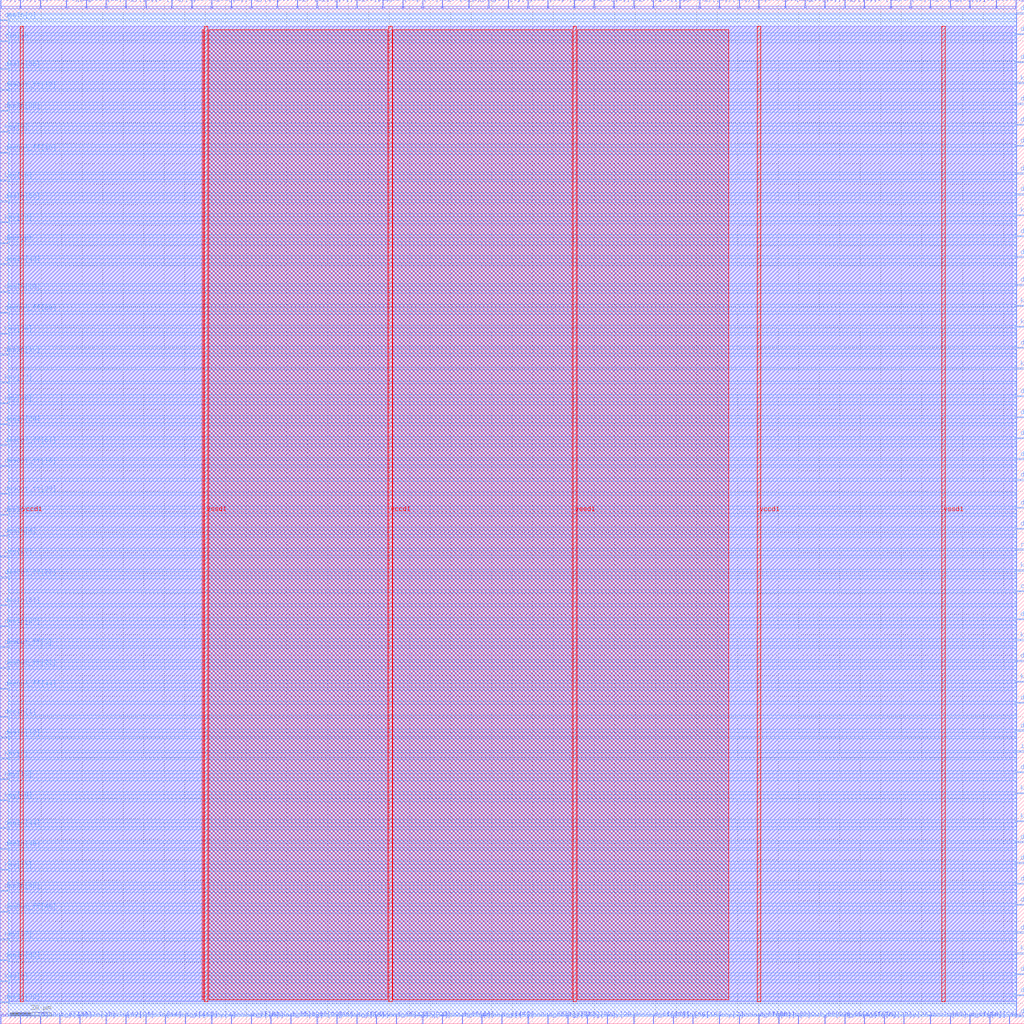
<source format=lef>
VERSION 5.7 ;
  NOWIREEXTENSIONATPIN ON ;
  DIVIDERCHAR "/" ;
  BUSBITCHARS "[]" ;
MACRO des_Trojan
  CLASS BLOCK ;
  FOREIGN des_Trojan ;
  ORIGIN 0.000 0.000 ;
  SIZE 500.000 BY 500.000 ;
  PIN clk
    DIRECTION INPUT ;
    USE SIGNAL ;
    ANTENNAGATEAREA 0.852000 ;
    ANTENNADIFFAREA 0.434700 ;
    PORT
      LAYER met3 ;
        RECT 496.000 210.840 500.000 211.440 ;
    END
  END clk
  PIN decrypt
    DIRECTION INPUT ;
    USE SIGNAL ;
    ANTENNAGATEAREA 0.213000 ;
    PORT
      LAYER met3 ;
        RECT 0.000 380.840 4.000 381.440 ;
    END
  END decrypt
  PIN desIn[0]
    DIRECTION INPUT ;
    USE SIGNAL ;
    ANTENNAGATEAREA 0.213000 ;
    PORT
      LAYER met3 ;
        RECT 0.000 489.640 4.000 490.240 ;
    END
  END desIn[0]
  PIN desIn[10]
    DIRECTION INPUT ;
    USE SIGNAL ;
    ANTENNAGATEAREA 0.213000 ;
    PORT
      LAYER met3 ;
        RECT 0.000 326.440 4.000 327.040 ;
    END
  END desIn[10]
  PIN desIn[11]
    DIRECTION INPUT ;
    USE SIGNAL ;
    ANTENNAGATEAREA 0.159000 ;
    PORT
      LAYER met3 ;
        RECT 496.000 360.440 500.000 361.040 ;
    END
  END desIn[11]
  PIN desIn[12]
    DIRECTION INPUT ;
    USE SIGNAL ;
    ANTENNAGATEAREA 0.159000 ;
    PORT
      LAYER met3 ;
        RECT 0.000 139.440 4.000 140.040 ;
    END
  END desIn[12]
  PIN desIn[13]
    DIRECTION INPUT ;
    USE SIGNAL ;
    ANTENNAGATEAREA 0.213000 ;
    PORT
      LAYER met2 ;
        RECT 38.730 0.000 39.010 4.000 ;
    END
  END desIn[13]
  PIN desIn[14]
    DIRECTION INPUT ;
    USE SIGNAL ;
    ANTENNAGATEAREA 0.213000 ;
    PORT
      LAYER met2 ;
        RECT 70.930 0.000 71.210 4.000 ;
    END
  END desIn[14]
  PIN desIn[15]
    DIRECTION INPUT ;
    USE SIGNAL ;
    ANTENNAGATEAREA 0.213000 ;
    PORT
      LAYER met3 ;
        RECT 496.000 142.840 500.000 143.440 ;
    END
  END desIn[15]
  PIN desIn[16]
    DIRECTION INPUT ;
    USE SIGNAL ;
    ANTENNAGATEAREA 0.213000 ;
    PORT
      LAYER met2 ;
        RECT 421.910 496.000 422.190 500.000 ;
    END
  END desIn[16]
  PIN desIn[17]
    DIRECTION INPUT ;
    USE SIGNAL ;
    ANTENNAGATEAREA 0.213000 ;
    PORT
      LAYER met2 ;
        RECT 51.610 0.000 51.890 4.000 ;
    END
  END desIn[17]
  PIN desIn[18]
    DIRECTION INPUT ;
    USE SIGNAL ;
    ANTENNAGATEAREA 0.213000 ;
    PORT
      LAYER met3 ;
        RECT 0.000 357.040 4.000 357.640 ;
    END
  END desIn[18]
  PIN desIn[19]
    DIRECTION INPUT ;
    USE SIGNAL ;
    ANTENNAGATEAREA 0.247500 ;
    PORT
      LAYER met3 ;
        RECT 496.000 122.440 500.000 123.040 ;
    END
  END desIn[19]
  PIN desIn[1]
    DIRECTION INPUT ;
    USE SIGNAL ;
    ANTENNAGATEAREA 0.159000 ;
    PORT
      LAYER met3 ;
        RECT 0.000 149.640 4.000 150.240 ;
    END
  END desIn[1]
  PIN desIn[20]
    DIRECTION INPUT ;
    USE SIGNAL ;
    ANTENNAGATEAREA 0.213000 ;
    PORT
      LAYER met2 ;
        RECT 154.650 0.000 154.930 4.000 ;
    END
  END desIn[20]
  PIN desIn[21]
    DIRECTION INPUT ;
    USE SIGNAL ;
    ANTENNAGATEAREA 0.247500 ;
    PORT
      LAYER met2 ;
        RECT 473.430 0.000 473.710 4.000 ;
    END
  END desIn[21]
  PIN desIn[22]
    DIRECTION INPUT ;
    USE SIGNAL ;
    ANTENNAGATEAREA 0.159000 ;
    PORT
      LAYER met2 ;
        RECT 41.950 496.000 42.230 500.000 ;
    END
  END desIn[22]
  PIN desIn[23]
    DIRECTION INPUT ;
    USE SIGNAL ;
    ANTENNAGATEAREA 0.159000 ;
    PORT
      LAYER met2 ;
        RECT 103.130 496.000 103.410 500.000 ;
    END
  END desIn[23]
  PIN desIn[24]
    DIRECTION INPUT ;
    USE SIGNAL ;
    ANTENNAGATEAREA 0.213000 ;
    PORT
      LAYER met3 ;
        RECT 496.000 374.040 500.000 374.640 ;
    END
  END desIn[24]
  PIN desIn[25]
    DIRECTION INPUT ;
    USE SIGNAL ;
    ANTENNAGATEAREA 0.213000 ;
    PORT
      LAYER met2 ;
        RECT 267.350 496.000 267.630 500.000 ;
    END
  END desIn[25]
  PIN desIn[26]
    DIRECTION INPUT ;
    USE SIGNAL ;
    ANTENNAGATEAREA 0.159000 ;
    PORT
      LAYER met3 ;
        RECT 496.000 295.840 500.000 296.440 ;
    END
  END desIn[26]
  PIN desIn[27]
    DIRECTION INPUT ;
    USE SIGNAL ;
    ANTENNAGATEAREA 0.213000 ;
    PORT
      LAYER met3 ;
        RECT 0.000 193.840 4.000 194.440 ;
    END
  END desIn[27]
  PIN desIn[28]
    DIRECTION INPUT ;
    USE SIGNAL ;
    ANTENNAGATEAREA 0.159000 ;
    PORT
      LAYER met2 ;
        RECT 289.890 496.000 290.170 500.000 ;
    END
  END desIn[28]
  PIN desIn[29]
    DIRECTION INPUT ;
    USE SIGNAL ;
    ANTENNAGATEAREA 0.159000 ;
    PORT
      LAYER met3 ;
        RECT 0.000 292.440 4.000 293.040 ;
    END
  END desIn[29]
  PIN desIn[2]
    DIRECTION INPUT ;
    USE SIGNAL ;
    ANTENNAGATEAREA 0.247500 ;
    PORT
      LAYER met2 ;
        RECT 421.910 0.000 422.190 4.000 ;
    END
  END desIn[2]
  PIN desIn[30]
    DIRECTION INPUT ;
    USE SIGNAL ;
    ANTENNAGATEAREA 0.213000 ;
    PORT
      LAYER met3 ;
        RECT 496.000 384.240 500.000 384.840 ;
    END
  END desIn[30]
  PIN desIn[31]
    DIRECTION INPUT ;
    USE SIGNAL ;
    ANTENNAGATEAREA 0.247500 ;
    PORT
      LAYER met3 ;
        RECT 496.000 68.040 500.000 68.640 ;
    END
  END desIn[31]
  PIN desIn[32]
    DIRECTION INPUT ;
    USE SIGNAL ;
    ANTENNAGATEAREA 0.213000 ;
    PORT
      LAYER met3 ;
        RECT 0.000 10.240 4.000 10.840 ;
    END
  END desIn[32]
  PIN desIn[33]
    DIRECTION INPUT ;
    USE SIGNAL ;
    ANTENNAGATEAREA 0.159000 ;
    PORT
      LAYER met2 ;
        RECT 318.870 496.000 319.150 500.000 ;
    END
  END desIn[33]
  PIN desIn[34]
    DIRECTION INPUT ;
    USE SIGNAL ;
    ANTENNAGATEAREA 0.159000 ;
    PORT
      LAYER met2 ;
        RECT 70.930 496.000 71.210 500.000 ;
    END
  END desIn[34]
  PIN desIn[35]
    DIRECTION INPUT ;
    USE SIGNAL ;
    ANTENNAGATEAREA 0.159000 ;
    PORT
      LAYER met3 ;
        RECT 0.000 445.440 4.000 446.040 ;
    END
  END desIn[35]
  PIN desIn[36]
    DIRECTION INPUT ;
    USE SIGNAL ;
    ANTENNAGATEAREA 0.247500 ;
    PORT
      LAYER met3 ;
        RECT 0.000 465.840 4.000 466.440 ;
    END
  END desIn[36]
  PIN desIn[37]
    DIRECTION INPUT ;
    USE SIGNAL ;
    ANTENNAGATEAREA 0.213000 ;
    PORT
      LAYER met3 ;
        RECT 0.000 204.040 4.000 204.640 ;
    END
  END desIn[37]
  PIN desIn[38]
    DIRECTION INPUT ;
    USE SIGNAL ;
    ANTENNAGATEAREA 0.213000 ;
    PORT
      LAYER met2 ;
        RECT 318.870 0.000 319.150 4.000 ;
    END
  END desIn[38]
  PIN desIn[39]
    DIRECTION INPUT ;
    USE SIGNAL ;
    ANTENNAGATEAREA 0.159000 ;
    PORT
      LAYER met3 ;
        RECT 496.000 438.640 500.000 439.240 ;
    END
  END desIn[39]
  PIN desIn[3]
    DIRECTION INPUT ;
    USE SIGNAL ;
    ANTENNAGATEAREA 0.213000 ;
    PORT
      LAYER met3 ;
        RECT 496.000 493.040 500.000 493.640 ;
    END
  END desIn[3]
  PIN desIn[40]
    DIRECTION INPUT ;
    USE SIGNAL ;
    ANTENNAGATEAREA 0.213000 ;
    PORT
      LAYER met3 ;
        RECT 496.000 265.240 500.000 265.840 ;
    END
  END desIn[40]
  PIN desIn[41]
    DIRECTION INPUT ;
    USE SIGNAL ;
    ANTENNAGATEAREA 0.159000 ;
    PORT
      LAYER met2 ;
        RECT 257.690 496.000 257.970 500.000 ;
    END
  END desIn[41]
  PIN desIn[42]
    DIRECTION INPUT ;
    USE SIGNAL ;
    ANTENNAGATEAREA 0.159000 ;
    PORT
      LAYER met2 ;
        RECT 434.790 496.000 435.070 500.000 ;
    END
  END desIn[42]
  PIN desIn[43]
    DIRECTION INPUT ;
    USE SIGNAL ;
    ANTENNAGATEAREA 0.213000 ;
    PORT
      LAYER met3 ;
        RECT 0.000 370.640 4.000 371.240 ;
    END
  END desIn[43]
  PIN desIn[44]
    DIRECTION INPUT ;
    USE SIGNAL ;
    ANTENNAGATEAREA 0.213000 ;
    PORT
      LAYER met3 ;
        RECT 0.000 95.240 4.000 95.840 ;
    END
  END desIn[44]
  PIN desIn[45]
    DIRECTION INPUT ;
    USE SIGNAL ;
    ANTENNAGATEAREA 0.213000 ;
    PORT
      LAYER met3 ;
        RECT 0.000 64.640 4.000 65.240 ;
    END
  END desIn[45]
  PIN desIn[46]
    DIRECTION INPUT ;
    USE SIGNAL ;
    ANTENNAGATEAREA 0.213000 ;
    PORT
      LAYER met2 ;
        RECT 463.770 496.000 464.050 500.000 ;
    END
  END desIn[46]
  PIN desIn[47]
    DIRECTION INPUT ;
    USE SIGNAL ;
    ANTENNAGATEAREA 0.159000 ;
    PORT
      LAYER met3 ;
        RECT 496.000 57.840 500.000 58.440 ;
    END
  END desIn[47]
  PIN desIn[48]
    DIRECTION INPUT ;
    USE SIGNAL ;
    ANTENNAGATEAREA 0.213000 ;
    PORT
      LAYER met3 ;
        RECT 496.000 23.840 500.000 24.440 ;
    END
  END desIn[48]
  PIN desIn[49]
    DIRECTION INPUT ;
    USE SIGNAL ;
    ANTENNAGATEAREA 0.213000 ;
    PORT
      LAYER met3 ;
        RECT 0.000 85.040 4.000 85.640 ;
    END
  END desIn[49]
  PIN desIn[4]
    DIRECTION INPUT ;
    USE SIGNAL ;
    ANTENNAGATEAREA 0.213000 ;
    PORT
      LAYER met3 ;
        RECT 0.000 238.040 4.000 238.640 ;
    END
  END desIn[4]
  PIN desIn[50]
    DIRECTION INPUT ;
    USE SIGNAL ;
    ANTENNAGATEAREA 0.213000 ;
    PORT
      LAYER met3 ;
        RECT 0.000 401.240 4.000 401.840 ;
    END
  END desIn[50]
  PIN desIn[51]
    DIRECTION INPUT ;
    USE SIGNAL ;
    ANTENNAGATEAREA 0.159000 ;
    PORT
      LAYER met3 ;
        RECT 496.000 156.440 500.000 157.040 ;
    END
  END desIn[51]
  PIN desIn[52]
    DIRECTION INPUT ;
    USE SIGNAL ;
    ANTENNAGATEAREA 0.159000 ;
    PORT
      LAYER met2 ;
        RECT 173.970 496.000 174.250 500.000 ;
    END
  END desIn[52]
  PIN desIn[53]
    DIRECTION INPUT ;
    USE SIGNAL ;
    ANTENNAGATEAREA 0.159000 ;
    PORT
      LAYER met2 ;
        RECT 392.930 496.000 393.210 500.000 ;
    END
  END desIn[53]
  PIN desIn[54]
    DIRECTION INPUT ;
    USE SIGNAL ;
    ANTENNAGATEAREA 0.159000 ;
    PORT
      LAYER met3 ;
        RECT 0.000 248.240 4.000 248.840 ;
    END
  END desIn[54]
  PIN desIn[55]
    DIRECTION INPUT ;
    USE SIGNAL ;
    ANTENNAGATEAREA 0.159000 ;
    PORT
      LAYER met2 ;
        RECT 154.650 496.000 154.930 500.000 ;
    END
  END desIn[55]
  PIN desIn[56]
    DIRECTION INPUT ;
    USE SIGNAL ;
    ANTENNAGATEAREA 0.213000 ;
    PORT
      LAYER met2 ;
        RECT 186.850 496.000 187.130 500.000 ;
    END
  END desIn[56]
  PIN desIn[57]
    DIRECTION INPUT ;
    USE SIGNAL ;
    ANTENNAGATEAREA 0.159000 ;
    PORT
      LAYER met2 ;
        RECT 454.110 0.000 454.390 4.000 ;
    END
  END desIn[57]
  PIN desIn[58]
    DIRECTION INPUT ;
    USE SIGNAL ;
    ANTENNAGATEAREA 0.159000 ;
    PORT
      LAYER met3 ;
        RECT 496.000 88.440 500.000 89.040 ;
    END
  END desIn[58]
  PIN desIn[59]
    DIRECTION INPUT ;
    USE SIGNAL ;
    ANTENNAGATEAREA 0.159000 ;
    PORT
      LAYER met2 ;
        RECT 196.510 496.000 196.790 500.000 ;
    END
  END desIn[59]
  PIN desIn[5]
    DIRECTION INPUT ;
    USE SIGNAL ;
    ANTENNAGATEAREA 0.213000 ;
    PORT
      LAYER met3 ;
        RECT 496.000 448.840 500.000 449.440 ;
    END
  END desIn[5]
  PIN desIn[60]
    DIRECTION INPUT ;
    USE SIGNAL ;
    ANTENNAGATEAREA 0.213000 ;
    PORT
      LAYER met2 ;
        RECT 328.530 0.000 328.810 4.000 ;
    END
  END desIn[60]
  PIN desIn[61]
    DIRECTION INPUT ;
    USE SIGNAL ;
    ANTENNAGATEAREA 0.213000 ;
    PORT
      LAYER met2 ;
        RECT 370.390 0.000 370.670 4.000 ;
    END
  END desIn[61]
  PIN desIn[62]
    DIRECTION INPUT ;
    USE SIGNAL ;
    ANTENNAGATEAREA 0.213000 ;
    PORT
      LAYER met3 ;
        RECT 0.000 30.640 4.000 31.240 ;
    END
  END desIn[62]
  PIN desIn[63]
    DIRECTION INPUT ;
    USE SIGNAL ;
    ANTENNAGATEAREA 0.213000 ;
    PORT
      LAYER met3 ;
        RECT 496.000 241.440 500.000 242.040 ;
    END
  END desIn[63]
  PIN desIn[6]
    DIRECTION INPUT ;
    USE SIGNAL ;
    ANTENNAGATEAREA 0.213000 ;
    PORT
      LAYER met2 ;
        RECT 225.490 0.000 225.770 4.000 ;
    END
  END desIn[6]
  PIN desIn[7]
    DIRECTION INPUT ;
    USE SIGNAL ;
    ANTENNAGATEAREA 0.213000 ;
    PORT
      LAYER met2 ;
        RECT 380.050 0.000 380.330 4.000 ;
    END
  END desIn[7]
  PIN desIn[8]
    DIRECTION INPUT ;
    USE SIGNAL ;
    ANTENNAGATEAREA 0.247500 ;
    PORT
      LAYER met3 ;
        RECT 496.000 44.240 500.000 44.840 ;
    END
  END desIn[8]
  PIN desIn[9]
    DIRECTION INPUT ;
    USE SIGNAL ;
    ANTENNAGATEAREA 0.213000 ;
    PORT
      LAYER met2 ;
        RECT 238.370 496.000 238.650 500.000 ;
    END
  END desIn[9]
  PIN desOut_ff[0]
    DIRECTION OUTPUT TRISTATE ;
    USE SIGNAL ;
    ANTENNADIFFAREA 0.795200 ;
    PORT
      LAYER met2 ;
        RECT 454.110 496.000 454.390 500.000 ;
    END
  END desOut_ff[0]
  PIN desOut_ff[10]
    DIRECTION OUTPUT TRISTATE ;
    USE SIGNAL ;
    ANTENNADIFFAREA 0.445500 ;
    PORT
      LAYER met3 ;
        RECT 496.000 469.240 500.000 469.840 ;
    END
  END desOut_ff[10]
  PIN desOut_ff[11]
    DIRECTION OUTPUT TRISTATE ;
    USE SIGNAL ;
    ANTENNADIFFAREA 0.795200 ;
    PORT
      LAYER met2 ;
        RECT 444.450 496.000 444.730 500.000 ;
    END
  END desOut_ff[11]
  PIN desOut_ff[12]
    DIRECTION OUTPUT TRISTATE ;
    USE SIGNAL ;
    ANTENNADIFFAREA 0.795200 ;
    PORT
      LAYER met3 ;
        RECT 0.000 455.640 4.000 456.240 ;
    END
  END desOut_ff[12]
  PIN desOut_ff[13]
    DIRECTION OUTPUT TRISTATE ;
    USE SIGNAL ;
    ANTENNADIFFAREA 0.795200 ;
    PORT
      LAYER met2 ;
        RECT 235.150 0.000 235.430 4.000 ;
    END
  END desOut_ff[13]
  PIN desOut_ff[14]
    DIRECTION OUTPUT TRISTATE ;
    USE SIGNAL ;
    ANTENNADIFFAREA 0.795200 ;
    PORT
      LAYER met2 ;
        RECT 93.470 496.000 93.750 500.000 ;
    END
  END desOut_ff[14]
  PIN desOut_ff[15]
    DIRECTION OUTPUT TRISTATE ;
    USE SIGNAL ;
    ANTENNADIFFAREA 0.795200 ;
    PORT
      LAYER met2 ;
        RECT 402.590 496.000 402.870 500.000 ;
    END
  END desOut_ff[15]
  PIN desOut_ff[16]
    DIRECTION OUTPUT TRISTATE ;
    USE SIGNAL ;
    ANTENNADIFFAREA 0.795200 ;
    PORT
      LAYER met3 ;
        RECT 0.000 272.040 4.000 272.640 ;
    END
  END desOut_ff[16]
  PIN desOut_ff[17]
    DIRECTION OUTPUT TRISTATE ;
    USE SIGNAL ;
    ANTENNADIFFAREA 0.795200 ;
    PORT
      LAYER met2 ;
        RECT 141.770 0.000 142.050 4.000 ;
    END
  END desOut_ff[17]
  PIN desOut_ff[18]
    DIRECTION OUTPUT TRISTATE ;
    USE SIGNAL ;
    ANTENNADIFFAREA 0.795200 ;
    PORT
      LAYER met3 ;
        RECT 0.000 425.040 4.000 425.640 ;
    END
  END desOut_ff[18]
  PIN desOut_ff[19]
    DIRECTION OUTPUT TRISTATE ;
    USE SIGNAL ;
    ANTENNADIFFAREA 0.795200 ;
    PORT
      LAYER met2 ;
        RECT 135.330 496.000 135.610 500.000 ;
    END
  END desOut_ff[19]
  PIN desOut_ff[1]
    DIRECTION OUTPUT TRISTATE ;
    USE SIGNAL ;
    ANTENNADIFFAREA 0.795200 ;
    PORT
      LAYER met2 ;
        RECT 257.690 0.000 257.970 4.000 ;
    END
  END desOut_ff[1]
  PIN desOut_ff[20]
    DIRECTION OUTPUT TRISTATE ;
    USE SIGNAL ;
    ANTENNADIFFAREA 0.445500 ;
    PORT
      LAYER met3 ;
        RECT 496.000 251.640 500.000 252.240 ;
    END
  END desOut_ff[20]
  PIN desOut_ff[21]
    DIRECTION OUTPUT TRISTATE ;
    USE SIGNAL ;
    ANTENNADIFFAREA 0.795200 ;
    PORT
      LAYER met3 ;
        RECT 0.000 173.440 4.000 174.040 ;
    END
  END desOut_ff[21]
  PIN desOut_ff[22]
    DIRECTION OUTPUT TRISTATE ;
    USE SIGNAL ;
    ANTENNADIFFAREA 0.795200 ;
    PORT
      LAYER met3 ;
        RECT 0.000 217.640 4.000 218.240 ;
    END
  END desOut_ff[22]
  PIN desOut_ff[23]
    DIRECTION OUTPUT TRISTATE ;
    USE SIGNAL ;
    ANTENNADIFFAREA 0.795200 ;
    PORT
      LAYER met2 ;
        RECT 51.610 496.000 51.890 500.000 ;
    END
  END desOut_ff[23]
  PIN desOut_ff[24]
    DIRECTION OUTPUT TRISTATE ;
    USE SIGNAL ;
    ANTENNADIFFAREA 0.795200 ;
    PORT
      LAYER met2 ;
        RECT 164.310 496.000 164.590 500.000 ;
    END
  END desOut_ff[24]
  PIN desOut_ff[25]
    DIRECTION OUTPUT TRISTATE ;
    USE SIGNAL ;
    ANTENNADIFFAREA 0.795200 ;
    PORT
      LAYER met2 ;
        RECT 19.410 496.000 19.690 500.000 ;
    END
  END desOut_ff[25]
  PIN desOut_ff[26]
    DIRECTION OUTPUT TRISTATE ;
    USE SIGNAL ;
    ANTENNADIFFAREA 0.445500 ;
    PORT
      LAYER met3 ;
        RECT 496.000 329.840 500.000 330.440 ;
    END
  END desOut_ff[26]
  PIN desOut_ff[27]
    DIRECTION OUTPUT TRISTATE ;
    USE SIGNAL ;
    ANTENNADIFFAREA 0.795200 ;
    PORT
      LAYER met2 ;
        RECT 389.710 0.000 389.990 4.000 ;
    END
  END desOut_ff[27]
  PIN desOut_ff[28]
    DIRECTION OUTPUT TRISTATE ;
    USE SIGNAL ;
    ANTENNADIFFAREA 0.795200 ;
    PORT
      LAYER met3 ;
        RECT 0.000 258.440 4.000 259.040 ;
    END
  END desOut_ff[28]
  PIN desOut_ff[29]
    DIRECTION OUTPUT TRISTATE ;
    USE SIGNAL ;
    ANTENNADIFFAREA 0.795200 ;
    PORT
      LAYER met3 ;
        RECT 0.000 346.840 4.000 347.440 ;
    END
  END desOut_ff[29]
  PIN desOut_ff[2]
    DIRECTION OUTPUT TRISTATE ;
    USE SIGNAL ;
    ANTENNADIFFAREA 0.445500 ;
    PORT
      LAYER met3 ;
        RECT 496.000 404.640 500.000 405.240 ;
    END
  END desOut_ff[2]
  PIN desOut_ff[30]
    DIRECTION OUTPUT TRISTATE ;
    USE SIGNAL ;
    ANTENNADIFFAREA 0.795200 ;
    PORT
      LAYER met2 ;
        RECT 19.410 0.000 19.690 4.000 ;
    END
  END desOut_ff[30]
  PIN desOut_ff[31]
    DIRECTION OUTPUT TRISTATE ;
    USE SIGNAL ;
    ANTENNADIFFAREA 0.795200 ;
    PORT
      LAYER met2 ;
        RECT 164.310 0.000 164.590 4.000 ;
    END
  END desOut_ff[31]
  PIN desOut_ff[32]
    DIRECTION OUTPUT TRISTATE ;
    USE SIGNAL ;
    ANTENNADIFFAREA 0.795200 ;
    PORT
      LAYER met2 ;
        RECT 383.270 496.000 383.550 500.000 ;
    END
  END desOut_ff[32]
  PIN desOut_ff[33]
    DIRECTION OUTPUT TRISTATE ;
    USE SIGNAL ;
    ANTENNADIFFAREA 0.445500 ;
    PORT
      LAYER met3 ;
        RECT 496.000 13.640 500.000 14.240 ;
    END
  END desOut_ff[33]
  PIN desOut_ff[34]
    DIRECTION OUTPUT TRISTATE ;
    USE SIGNAL ;
    ANTENNADIFFAREA 0.795200 ;
    PORT
      LAYER met2 ;
        RECT 193.290 0.000 193.570 4.000 ;
    END
  END desOut_ff[34]
  PIN desOut_ff[35]
    DIRECTION OUTPUT TRISTATE ;
    USE SIGNAL ;
    ANTENNADIFFAREA 0.795200 ;
    PORT
      LAYER met3 ;
        RECT 496.000 3.440 500.000 4.040 ;
    END
  END desOut_ff[35]
  PIN desOut_ff[36]
    DIRECTION OUTPUT TRISTATE ;
    USE SIGNAL ;
    ANTENNADIFFAREA 0.795200 ;
    PORT
      LAYER met2 ;
        RECT 412.250 0.000 412.530 4.000 ;
    END
  END desOut_ff[36]
  PIN desOut_ff[37]
    DIRECTION OUTPUT TRISTATE ;
    USE SIGNAL ;
    ANTENNADIFFAREA 0.795200 ;
    PORT
      LAYER met2 ;
        RECT 309.210 0.000 309.490 4.000 ;
    END
  END desOut_ff[37]
  PIN desOut_ff[38]
    DIRECTION OUTPUT TRISTATE ;
    USE SIGNAL ;
    ANTENNADIFFAREA 0.795200 ;
    PORT
      LAYER met3 ;
        RECT 496.000 275.440 500.000 276.040 ;
    END
  END desOut_ff[38]
  PIN desOut_ff[39]
    DIRECTION OUTPUT TRISTATE ;
    USE SIGNAL ;
    ANTENNADIFFAREA 0.795200 ;
    PORT
      LAYER met2 ;
        RECT 370.390 496.000 370.670 500.000 ;
    END
  END desOut_ff[39]
  PIN desOut_ff[3]
    DIRECTION OUTPUT TRISTATE ;
    USE SIGNAL ;
    ANTENNADIFFAREA 0.795200 ;
    PORT
      LAYER met3 ;
        RECT 0.000 183.640 4.000 184.240 ;
    END
  END desOut_ff[3]
  PIN desOut_ff[40]
    DIRECTION OUTPUT TRISTATE ;
    USE SIGNAL ;
    ANTENNADIFFAREA 0.795200 ;
    PORT
      LAYER met2 ;
        RECT 144.990 496.000 145.270 500.000 ;
    END
  END desOut_ff[40]
  PIN desOut_ff[41]
    DIRECTION OUTPUT TRISTATE ;
    USE SIGNAL ;
    ANTENNADIFFAREA 0.795200 ;
    PORT
      LAYER met2 ;
        RECT 402.590 0.000 402.870 4.000 ;
    END
  END desOut_ff[41]
  PIN desOut_ff[42]
    DIRECTION OUTPUT TRISTATE ;
    USE SIGNAL ;
    ANTENNADIFFAREA 0.795200 ;
    PORT
      LAYER met3 ;
        RECT 496.000 482.840 500.000 483.440 ;
    END
  END desOut_ff[42]
  PIN desOut_ff[43]
    DIRECTION OUTPUT TRISTATE ;
    USE SIGNAL ;
    ANTENNADIFFAREA 0.795200 ;
    PORT
      LAYER met2 ;
        RECT 183.630 0.000 183.910 4.000 ;
    END
  END desOut_ff[43]
  PIN desOut_ff[44]
    DIRECTION OUTPUT TRISTATE ;
    USE SIGNAL ;
    ANTENNADIFFAREA 0.795200 ;
    PORT
      LAYER met3 ;
        RECT 0.000 163.240 4.000 163.840 ;
    END
  END desOut_ff[44]
  PIN desOut_ff[45]
    DIRECTION OUTPUT TRISTATE ;
    USE SIGNAL ;
    ANTENNADIFFAREA 0.445500 ;
    PORT
      LAYER met3 ;
        RECT 496.000 428.440 500.000 429.040 ;
    END
  END desOut_ff[45]
  PIN desOut_ff[46]
    DIRECTION OUTPUT TRISTATE ;
    USE SIGNAL ;
    ANTENNADIFFAREA 0.795200 ;
    PORT
      LAYER met3 ;
        RECT 0.000 54.440 4.000 55.040 ;
    END
  END desOut_ff[46]
  PIN desOut_ff[47]
    DIRECTION OUTPUT TRISTATE ;
    USE SIGNAL ;
    ANTENNADIFFAREA 0.445500 ;
    PORT
      LAYER met3 ;
        RECT 496.000 176.840 500.000 177.440 ;
    END
  END desOut_ff[47]
  PIN desOut_ff[48]
    DIRECTION OUTPUT TRISTATE ;
    USE SIGNAL ;
    ANTENNADIFFAREA 0.795200 ;
    PORT
      LAYER met2 ;
        RECT 132.110 0.000 132.390 4.000 ;
    END
  END desOut_ff[48]
  PIN desOut_ff[49]
    DIRECTION OUTPUT TRISTATE ;
    USE SIGNAL ;
    ANTENNADIFFAREA 0.445500 ;
    PORT
      LAYER met3 ;
        RECT 496.000 285.640 500.000 286.240 ;
    END
  END desOut_ff[49]
  PIN desOut_ff[4]
    DIRECTION OUTPUT TRISTATE ;
    USE SIGNAL ;
    ANTENNADIFFAREA 0.795200 ;
    PORT
      LAYER met2 ;
        RECT 492.750 0.000 493.030 4.000 ;
    END
  END desOut_ff[4]
  PIN desOut_ff[50]
    DIRECTION OUTPUT TRISTATE ;
    USE SIGNAL ;
    ANTENNADIFFAREA 0.795200 ;
    PORT
      LAYER met2 ;
        RECT 309.210 496.000 309.490 500.000 ;
    END
  END desOut_ff[50]
  PIN desOut_ff[51]
    DIRECTION OUTPUT TRISTATE ;
    USE SIGNAL ;
    ANTENNADIFFAREA 0.445500 ;
    PORT
      LAYER met3 ;
        RECT 496.000 306.040 500.000 306.640 ;
    END
  END desOut_ff[51]
  PIN desOut_ff[52]
    DIRECTION OUTPUT TRISTATE ;
    USE SIGNAL ;
    ANTENNADIFFAREA 0.795200 ;
    PORT
      LAYER met2 ;
        RECT 267.350 0.000 267.630 4.000 ;
    END
  END desOut_ff[52]
  PIN desOut_ff[53]
    DIRECTION OUTPUT TRISTATE ;
    USE SIGNAL ;
    ANTENNADIFFAREA 0.795200 ;
    PORT
      LAYER met2 ;
        RECT 112.790 0.000 113.070 4.000 ;
    END
  END desOut_ff[53]
  PIN desOut_ff[54]
    DIRECTION OUTPUT TRISTATE ;
    USE SIGNAL ;
    ANTENNADIFFAREA 0.795200 ;
    PORT
      LAYER met2 ;
        RECT 206.170 496.000 206.450 500.000 ;
    END
  END desOut_ff[54]
  PIN desOut_ff[55]
    DIRECTION OUTPUT TRISTATE ;
    USE SIGNAL ;
    ANTENNADIFFAREA 0.795200 ;
    PORT
      LAYER met2 ;
        RECT 360.730 0.000 361.010 4.000 ;
    END
  END desOut_ff[55]
  PIN desOut_ff[56]
    DIRECTION OUTPUT TRISTATE ;
    USE SIGNAL ;
    ANTENNADIFFAREA 0.795200 ;
    PORT
      LAYER met2 ;
        RECT 463.770 0.000 464.050 4.000 ;
    END
  END desOut_ff[56]
  PIN desOut_ff[57]
    DIRECTION OUTPUT TRISTATE ;
    USE SIGNAL ;
    ANTENNADIFFAREA 0.795200 ;
    PORT
      LAYER met2 ;
        RECT 486.310 496.000 486.590 500.000 ;
    END
  END desOut_ff[57]
  PIN desOut_ff[58]
    DIRECTION OUTPUT TRISTATE ;
    USE SIGNAL ;
    ANTENNADIFFAREA 0.445500 ;
    PORT
      LAYER met3 ;
        RECT 496.000 197.240 500.000 197.840 ;
    END
  END desOut_ff[58]
  PIN desOut_ff[59]
    DIRECTION OUTPUT TRISTATE ;
    USE SIGNAL ;
    ANTENNADIFFAREA 0.795200 ;
    PORT
      LAYER met2 ;
        RECT 215.830 496.000 216.110 500.000 ;
    END
  END desOut_ff[59]
  PIN desOut_ff[5]
    DIRECTION OUTPUT TRISTATE ;
    USE SIGNAL ;
    ANTENNADIFFAREA 0.795200 ;
    PORT
      LAYER met2 ;
        RECT 299.550 496.000 299.830 500.000 ;
    END
  END desOut_ff[5]
  PIN desOut_ff[60]
    DIRECTION OUTPUT TRISTATE ;
    USE SIGNAL ;
    ANTENNADIFFAREA 0.795200 ;
    PORT
      LAYER met2 ;
        RECT 280.230 496.000 280.510 500.000 ;
    END
  END desOut_ff[60]
  PIN desOut_ff[61]
    DIRECTION OUTPUT TRISTATE ;
    USE SIGNAL ;
    ANTENNADIFFAREA 0.795200 ;
    PORT
      LAYER met3 ;
        RECT 0.000 282.240 4.000 282.840 ;
    END
  END desOut_ff[61]
  PIN desOut_ff[62]
    DIRECTION OUTPUT TRISTATE ;
    USE SIGNAL ;
    ANTENNADIFFAREA 0.795200 ;
    PORT
      LAYER met2 ;
        RECT 80.590 0.000 80.870 4.000 ;
    END
  END desOut_ff[62]
  PIN desOut_ff[63]
    DIRECTION OUTPUT TRISTATE ;
    USE SIGNAL ;
    ANTENNADIFFAREA 0.445500 ;
    PORT
      LAYER met3 ;
        RECT 496.000 78.240 500.000 78.840 ;
    END
  END desOut_ff[63]
  PIN desOut_ff[6]
    DIRECTION OUTPUT TRISTATE ;
    USE SIGNAL ;
    ANTENNADIFFAREA 0.795200 ;
    PORT
      LAYER met2 ;
        RECT 215.830 0.000 216.110 4.000 ;
    END
  END desOut_ff[6]
  PIN desOut_ff[7]
    DIRECTION OUTPUT TRISTATE ;
    USE SIGNAL ;
    ANTENNADIFFAREA 0.445500 ;
    PORT
      LAYER met3 ;
        RECT 496.000 414.840 500.000 415.440 ;
    END
  END desOut_ff[7]
  PIN desOut_ff[8]
    DIRECTION OUTPUT TRISTATE ;
    USE SIGNAL ;
    ANTENNADIFFAREA 0.795200 ;
    PORT
      LAYER met2 ;
        RECT 112.790 496.000 113.070 500.000 ;
    END
  END desOut_ff[8]
  PIN desOut_ff[9]
    DIRECTION OUTPUT TRISTATE ;
    USE SIGNAL ;
    ANTENNADIFFAREA 0.795200 ;
    PORT
      LAYER met2 ;
        RECT 331.750 496.000 332.030 500.000 ;
    END
  END desOut_ff[9]
  PIN finish
    DIRECTION OUTPUT TRISTATE ;
    USE SIGNAL ;
    ANTENNADIFFAREA 0.795200 ;
    PORT
      LAYER met3 ;
        RECT 0.000 479.440 4.000 480.040 ;
    END
  END finish
  PIN init
    DIRECTION INPUT ;
    USE SIGNAL ;
    ANTENNAGATEAREA 0.247500 ;
    PORT
      LAYER met3 ;
        RECT 496.000 132.640 500.000 133.240 ;
    END
  END init
  PIN key[0]
    DIRECTION INPUT ;
    USE SIGNAL ;
    ANTENNAGATEAREA 0.426000 ;
    PORT
      LAYER met3 ;
        RECT 0.000 20.440 4.000 21.040 ;
    END
  END key[0]
  PIN key[10]
    DIRECTION INPUT ;
    USE SIGNAL ;
    ANTENNAGATEAREA 0.247500 ;
    PORT
      LAYER met2 ;
        RECT 122.450 496.000 122.730 500.000 ;
    END
  END key[10]
  PIN key[11]
    DIRECTION INPUT ;
    USE SIGNAL ;
    ANTENNAGATEAREA 0.213000 ;
    PORT
      LAYER met3 ;
        RECT 496.000 221.040 500.000 221.640 ;
    END
  END key[11]
  PIN key[12]
    DIRECTION INPUT ;
    USE SIGNAL ;
    ANTENNAGATEAREA 0.247500 ;
    PORT
      LAYER met2 ;
        RECT 9.750 496.000 10.030 500.000 ;
    END
  END key[12]
  PIN key[13]
    DIRECTION INPUT ;
    USE SIGNAL ;
    ANTENNAGATEAREA 0.213000 ;
    PORT
      LAYER met3 ;
        RECT 0.000 119.040 4.000 119.640 ;
    END
  END key[13]
  PIN key[14]
    DIRECTION INPUT ;
    USE SIGNAL ;
    ANTENNAGATEAREA 0.213000 ;
    PORT
      LAYER met3 ;
        RECT 496.000 394.440 500.000 395.040 ;
    END
  END key[14]
  PIN key[15]
    DIRECTION INPUT ;
    USE SIGNAL ;
    ANTENNAGATEAREA 0.247500 ;
    PORT
      LAYER met3 ;
        RECT 0.000 74.840 4.000 75.440 ;
    END
  END key[15]
  PIN key[16]
    DIRECTION INPUT ;
    USE SIGNAL ;
    ANTENNAGATEAREA 0.247500 ;
    PORT
      LAYER met2 ;
        RECT 122.450 0.000 122.730 4.000 ;
    END
  END key[16]
  PIN key[17]
    DIRECTION INPUT ;
    USE SIGNAL ;
    ANTENNAGATEAREA 0.247500 ;
    PORT
      LAYER met3 ;
        RECT 496.000 166.640 500.000 167.240 ;
    END
  END key[17]
  PIN key[18]
    DIRECTION INPUT ;
    USE SIGNAL ;
    ANTENNAGATEAREA 0.247500 ;
    PORT
      LAYER met2 ;
        RECT 338.190 0.000 338.470 4.000 ;
    END
  END key[18]
  PIN key[19]
    DIRECTION INPUT ;
    USE SIGNAL ;
    ANTENNAGATEAREA 0.213000 ;
    PORT
      LAYER met3 ;
        RECT 496.000 34.040 500.000 34.640 ;
    END
  END key[19]
  PIN key[1]
    DIRECTION INPUT ;
    USE SIGNAL ;
    ANTENNAGATEAREA 0.247500 ;
    PORT
      LAYER met2 ;
        RECT 32.290 496.000 32.570 500.000 ;
    END
  END key[1]
  PIN key[20]
    DIRECTION INPUT ;
    USE SIGNAL ;
    ANTENNAGATEAREA 0.247500 ;
    PORT
      LAYER met2 ;
        RECT 431.570 0.000 431.850 4.000 ;
    END
  END key[20]
  PIN key[21]
    DIRECTION INPUT ;
    USE SIGNAL ;
    ANTENNAGATEAREA 0.159000 ;
    PORT
      LAYER met2 ;
        RECT 61.270 0.000 61.550 4.000 ;
    END
  END key[21]
  PIN key[22]
    DIRECTION INPUT ;
    USE SIGNAL ;
    ANTENNAGATEAREA 0.213000 ;
    PORT
      LAYER met2 ;
        RECT 206.170 0.000 206.450 4.000 ;
    END
  END key[22]
  PIN key[23]
    DIRECTION INPUT ;
    USE SIGNAL ;
    ANTENNAGATEAREA 0.247500 ;
    PORT
      LAYER met3 ;
        RECT 496.000 112.240 500.000 112.840 ;
    END
  END key[23]
  PIN key[24]
    DIRECTION INPUT ;
    USE SIGNAL ;
    ANTENNAGATEAREA 0.247500 ;
    PORT
      LAYER met3 ;
        RECT 496.000 459.040 500.000 459.640 ;
    END
  END key[24]
  PIN key[25]
    DIRECTION INPUT ;
    USE SIGNAL ;
    ANTENNAGATEAREA 0.247500 ;
    PORT
      LAYER met3 ;
        RECT 496.000 319.640 500.000 320.240 ;
    END
  END key[25]
  PIN key[26]
    DIRECTION INPUT ;
    USE SIGNAL ;
    ANTENNAGATEAREA 0.247500 ;
    PORT
      LAYER met2 ;
        RECT 441.230 0.000 441.510 4.000 ;
    END
  END key[26]
  PIN key[27]
    DIRECTION INPUT ;
    USE SIGNAL ;
    ANTENNAGATEAREA 0.247500 ;
    PORT
      LAYER met3 ;
        RECT 0.000 227.840 4.000 228.440 ;
    END
  END key[27]
  PIN key[28]
    DIRECTION INPUT ;
    USE SIGNAL ;
    ANTENNAGATEAREA 0.213000 ;
    PORT
      LAYER met3 ;
        RECT 496.000 187.040 500.000 187.640 ;
    END
  END key[28]
  PIN key[29]
    DIRECTION INPUT ;
    USE SIGNAL ;
    ANTENNAGATEAREA 0.426000 ;
    PORT
      LAYER met2 ;
        RECT 9.750 0.000 10.030 4.000 ;
    END
  END key[29]
  PIN key[2]
    DIRECTION INPUT ;
    USE SIGNAL ;
    ANTENNAGATEAREA 0.213000 ;
    PORT
      LAYER met3 ;
        RECT 496.000 350.240 500.000 350.840 ;
    END
  END key[2]
  PIN key[30]
    DIRECTION INPUT ;
    USE SIGNAL ;
    ANTENNAGATEAREA 0.495000 ;
    PORT
      LAYER met2 ;
        RECT 495.970 496.000 496.250 500.000 ;
    END
  END key[30]
  PIN key[31]
    DIRECTION INPUT ;
    USE SIGNAL ;
    ANTENNAGATEAREA 0.426000 ;
    PORT
      LAYER met2 ;
        RECT 483.090 0.000 483.370 4.000 ;
    END
  END key[31]
  PIN key[32]
    DIRECTION INPUT ;
    USE SIGNAL ;
    ANTENNAGATEAREA 0.247500 ;
    PORT
      LAYER met2 ;
        RECT 473.430 496.000 473.710 500.000 ;
    END
  END key[32]
  PIN key[33]
    DIRECTION INPUT ;
    USE SIGNAL ;
    ANTENNAGATEAREA 0.247500 ;
    PORT
      LAYER met3 ;
        RECT 0.000 312.840 4.000 313.440 ;
    END
  END key[33]
  PIN key[34]
    DIRECTION INPUT ;
    USE SIGNAL ;
    ANTENNAGATEAREA 0.213000 ;
    PORT
      LAYER met3 ;
        RECT 0.000 336.640 4.000 337.240 ;
    END
  END key[34]
  PIN key[35]
    DIRECTION INPUT ;
    USE SIGNAL ;
    ANTENNAGATEAREA 0.159000 ;
    PORT
      LAYER met2 ;
        RECT 296.330 0.000 296.610 4.000 ;
    END
  END key[35]
  PIN key[36]
    DIRECTION INPUT ;
    USE SIGNAL ;
    ANTENNAGATEAREA 0.247500 ;
    PORT
      LAYER met2 ;
        RECT 0.090 0.000 0.370 4.000 ;
    END
  END key[36]
  PIN key[37]
    DIRECTION INPUT ;
    USE SIGNAL ;
    ANTENNAGATEAREA 0.213000 ;
    PORT
      LAYER met3 ;
        RECT 0.000 40.840 4.000 41.440 ;
    END
  END key[37]
  PIN key[38]
    DIRECTION INPUT ;
    USE SIGNAL ;
    ANTENNAGATEAREA 0.247500 ;
    PORT
      LAYER met3 ;
        RECT 0.000 391.040 4.000 391.640 ;
    END
  END key[38]
  PIN key[39]
    DIRECTION INPUT ;
    USE SIGNAL ;
    ANTENNAGATEAREA 0.247500 ;
    PORT
      LAYER met2 ;
        RECT 61.270 496.000 61.550 500.000 ;
    END
  END key[39]
  PIN key[3]
    DIRECTION INPUT ;
    USE SIGNAL ;
    ANTENNAGATEAREA 0.159000 ;
    PORT
      LAYER met2 ;
        RECT 248.030 496.000 248.310 500.000 ;
    END
  END key[3]
  PIN key[40]
    DIRECTION INPUT ;
    USE SIGNAL ;
    ANTENNAGATEAREA 0.247500 ;
    PORT
      LAYER met3 ;
        RECT 0.000 302.640 4.000 303.240 ;
    END
  END key[40]
  PIN key[41]
    DIRECTION INPUT ;
    USE SIGNAL ;
    ANTENNAGATEAREA 0.247500 ;
    PORT
      LAYER met2 ;
        RECT 90.250 0.000 90.530 4.000 ;
    END
  END key[41]
  PIN key[42]
    DIRECTION INPUT ;
    USE SIGNAL ;
    ANTENNAGATEAREA 0.213000 ;
    PORT
      LAYER met2 ;
        RECT 29.070 0.000 29.350 4.000 ;
    END
  END key[42]
  PIN key[43]
    DIRECTION INPUT ;
    USE SIGNAL ;
    ANTENNAGATEAREA 0.213000 ;
    PORT
      LAYER met2 ;
        RECT 341.410 496.000 341.690 500.000 ;
    END
  END key[43]
  PIN key[44]
    DIRECTION INPUT ;
    USE SIGNAL ;
    ANTENNAGATEAREA 0.213000 ;
    PORT
      LAYER met2 ;
        RECT 228.710 496.000 228.990 500.000 ;
    END
  END key[44]
  PIN key[45]
    DIRECTION INPUT ;
    USE SIGNAL ;
    ANTENNAGATEAREA 0.159000 ;
    PORT
      LAYER met2 ;
        RECT 244.810 0.000 245.090 4.000 ;
    END
  END key[45]
  PIN key[46]
    DIRECTION INPUT ;
    USE SIGNAL ;
    ANTENNAGATEAREA 0.426000 ;
    PORT
      LAYER met2 ;
        RECT 412.250 496.000 412.530 500.000 ;
    END
  END key[46]
  PIN key[47]
    DIRECTION INPUT ;
    USE SIGNAL ;
    ANTENNAGATEAREA 0.213000 ;
    PORT
      LAYER met3 ;
        RECT 496.000 98.640 500.000 99.240 ;
    END
  END key[47]
  PIN key[48]
    DIRECTION INPUT ;
    USE SIGNAL ;
    ANTENNAGATEAREA 0.247500 ;
    PORT
      LAYER met3 ;
        RECT 0.000 411.440 4.000 412.040 ;
    END
  END key[48]
  PIN key[49]
    DIRECTION INPUT ;
    USE SIGNAL ;
    ANTENNAGATEAREA 0.213000 ;
    PORT
      LAYER met3 ;
        RECT 0.000 108.840 4.000 109.440 ;
    END
  END key[49]
  PIN key[4]
    DIRECTION INPUT ;
    USE SIGNAL ;
    ANTENNAGATEAREA 0.426000 ;
    PORT
      LAYER met2 ;
        RECT 103.130 0.000 103.410 4.000 ;
    END
  END key[4]
  PIN key[50]
    DIRECTION INPUT ;
    USE SIGNAL ;
    ANTENNAGATEAREA 0.247500 ;
    PORT
      LAYER met2 ;
        RECT 173.970 0.000 174.250 4.000 ;
    END
  END key[50]
  PIN key[51]
    DIRECTION INPUT ;
    USE SIGNAL ;
    ANTENNAGATEAREA 0.159000 ;
    PORT
      LAYER met2 ;
        RECT 277.010 0.000 277.290 4.000 ;
    END
  END key[51]
  PIN key[52]
    DIRECTION INPUT ;
    USE SIGNAL ;
    ANTENNAGATEAREA 0.247500 ;
    PORT
      LAYER met3 ;
        RECT 496.000 340.040 500.000 340.640 ;
    END
  END key[52]
  PIN key[53]
    DIRECTION INPUT ;
    USE SIGNAL ;
    ANTENNAGATEAREA 0.159000 ;
    PORT
      LAYER met2 ;
        RECT 286.670 0.000 286.950 4.000 ;
    END
  END key[53]
  PIN key[54]
    DIRECTION INPUT ;
    USE SIGNAL ;
    ANTENNAGATEAREA 0.426000 ;
    PORT
      LAYER met2 ;
        RECT 360.730 496.000 361.010 500.000 ;
    END
  END key[54]
  PIN key[55]
    DIRECTION INPUT ;
    USE SIGNAL ;
    ANTENNAGATEAREA 0.426000 ;
    PORT
      LAYER met2 ;
        RECT 351.070 496.000 351.350 500.000 ;
    END
  END key[55]
  PIN key[5]
    DIRECTION INPUT ;
    USE SIGNAL ;
    ANTENNAGATEAREA 0.247500 ;
    PORT
      LAYER met2 ;
        RECT 0.090 496.000 0.370 500.000 ;
    END
  END key[5]
  PIN key[6]
    DIRECTION INPUT ;
    USE SIGNAL ;
    ANTENNAGATEAREA 0.426000 ;
    PORT
      LAYER met2 ;
        RECT 83.810 496.000 84.090 500.000 ;
    END
  END key[6]
  PIN key[7]
    DIRECTION INPUT ;
    USE SIGNAL ;
    ANTENNAGATEAREA 0.426000 ;
    PORT
      LAYER met2 ;
        RECT 351.070 0.000 351.350 4.000 ;
    END
  END key[7]
  PIN key[8]
    DIRECTION INPUT ;
    USE SIGNAL ;
    ANTENNAGATEAREA 0.213000 ;
    PORT
      LAYER met3 ;
        RECT 0.000 129.240 4.000 129.840 ;
    END
  END key[8]
  PIN key[9]
    DIRECTION INPUT ;
    USE SIGNAL ;
    ANTENNAGATEAREA 0.213000 ;
    PORT
      LAYER met3 ;
        RECT 0.000 435.240 4.000 435.840 ;
    END
  END key[9]
  PIN reset
    DIRECTION INPUT ;
    USE SIGNAL ;
    ANTENNAGATEAREA 0.213000 ;
    PORT
      LAYER met3 ;
        RECT 496.000 231.240 500.000 231.840 ;
    END
  END reset
  PIN vccd1
    DIRECTION INOUT ;
    USE POWER ;
    PORT
      LAYER met4 ;
        RECT 9.720 10.640 11.320 487.120 ;
    END
    PORT
      LAYER met4 ;
        RECT 189.720 10.640 191.320 487.120 ;
    END
    PORT
      LAYER met4 ;
        RECT 369.720 10.640 371.320 487.120 ;
    END
  END vccd1
  PIN vssd1
    DIRECTION INOUT ;
    USE GROUND ;
    PORT
      LAYER met4 ;
        RECT 99.720 10.640 101.320 487.120 ;
    END
    PORT
      LAYER met4 ;
        RECT 279.720 10.640 281.320 487.120 ;
    END
    PORT
      LAYER met4 ;
        RECT 459.720 10.640 461.320 487.120 ;
    END
  END vssd1
  OBS
      LAYER li1 ;
        RECT 5.520 10.795 494.040 486.965 ;
      LAYER met1 ;
        RECT 0.070 10.640 496.270 487.120 ;
      LAYER met2 ;
        RECT 0.650 495.720 9.470 496.810 ;
        RECT 10.310 495.720 19.130 496.810 ;
        RECT 19.970 495.720 32.010 496.810 ;
        RECT 32.850 495.720 41.670 496.810 ;
        RECT 42.510 495.720 51.330 496.810 ;
        RECT 52.170 495.720 60.990 496.810 ;
        RECT 61.830 495.720 70.650 496.810 ;
        RECT 71.490 495.720 83.530 496.810 ;
        RECT 84.370 495.720 93.190 496.810 ;
        RECT 94.030 495.720 102.850 496.810 ;
        RECT 103.690 495.720 112.510 496.810 ;
        RECT 113.350 495.720 122.170 496.810 ;
        RECT 123.010 495.720 135.050 496.810 ;
        RECT 135.890 495.720 144.710 496.810 ;
        RECT 145.550 495.720 154.370 496.810 ;
        RECT 155.210 495.720 164.030 496.810 ;
        RECT 164.870 495.720 173.690 496.810 ;
        RECT 174.530 495.720 186.570 496.810 ;
        RECT 187.410 495.720 196.230 496.810 ;
        RECT 197.070 495.720 205.890 496.810 ;
        RECT 206.730 495.720 215.550 496.810 ;
        RECT 216.390 495.720 228.430 496.810 ;
        RECT 229.270 495.720 238.090 496.810 ;
        RECT 238.930 495.720 247.750 496.810 ;
        RECT 248.590 495.720 257.410 496.810 ;
        RECT 258.250 495.720 267.070 496.810 ;
        RECT 267.910 495.720 279.950 496.810 ;
        RECT 280.790 495.720 289.610 496.810 ;
        RECT 290.450 495.720 299.270 496.810 ;
        RECT 300.110 495.720 308.930 496.810 ;
        RECT 309.770 495.720 318.590 496.810 ;
        RECT 319.430 495.720 331.470 496.810 ;
        RECT 332.310 495.720 341.130 496.810 ;
        RECT 341.970 495.720 350.790 496.810 ;
        RECT 351.630 495.720 360.450 496.810 ;
        RECT 361.290 495.720 370.110 496.810 ;
        RECT 370.950 495.720 382.990 496.810 ;
        RECT 383.830 495.720 392.650 496.810 ;
        RECT 393.490 495.720 402.310 496.810 ;
        RECT 403.150 495.720 411.970 496.810 ;
        RECT 412.810 495.720 421.630 496.810 ;
        RECT 422.470 495.720 434.510 496.810 ;
        RECT 435.350 495.720 444.170 496.810 ;
        RECT 445.010 495.720 453.830 496.810 ;
        RECT 454.670 495.720 463.490 496.810 ;
        RECT 464.330 495.720 473.150 496.810 ;
        RECT 473.990 495.720 486.030 496.810 ;
        RECT 486.870 495.720 495.690 496.810 ;
        RECT 0.100 4.280 496.240 495.720 ;
        RECT 0.650 3.555 9.470 4.280 ;
        RECT 10.310 3.555 19.130 4.280 ;
        RECT 19.970 3.555 28.790 4.280 ;
        RECT 29.630 3.555 38.450 4.280 ;
        RECT 39.290 3.555 51.330 4.280 ;
        RECT 52.170 3.555 60.990 4.280 ;
        RECT 61.830 3.555 70.650 4.280 ;
        RECT 71.490 3.555 80.310 4.280 ;
        RECT 81.150 3.555 89.970 4.280 ;
        RECT 90.810 3.555 102.850 4.280 ;
        RECT 103.690 3.555 112.510 4.280 ;
        RECT 113.350 3.555 122.170 4.280 ;
        RECT 123.010 3.555 131.830 4.280 ;
        RECT 132.670 3.555 141.490 4.280 ;
        RECT 142.330 3.555 154.370 4.280 ;
        RECT 155.210 3.555 164.030 4.280 ;
        RECT 164.870 3.555 173.690 4.280 ;
        RECT 174.530 3.555 183.350 4.280 ;
        RECT 184.190 3.555 193.010 4.280 ;
        RECT 193.850 3.555 205.890 4.280 ;
        RECT 206.730 3.555 215.550 4.280 ;
        RECT 216.390 3.555 225.210 4.280 ;
        RECT 226.050 3.555 234.870 4.280 ;
        RECT 235.710 3.555 244.530 4.280 ;
        RECT 245.370 3.555 257.410 4.280 ;
        RECT 258.250 3.555 267.070 4.280 ;
        RECT 267.910 3.555 276.730 4.280 ;
        RECT 277.570 3.555 286.390 4.280 ;
        RECT 287.230 3.555 296.050 4.280 ;
        RECT 296.890 3.555 308.930 4.280 ;
        RECT 309.770 3.555 318.590 4.280 ;
        RECT 319.430 3.555 328.250 4.280 ;
        RECT 329.090 3.555 337.910 4.280 ;
        RECT 338.750 3.555 350.790 4.280 ;
        RECT 351.630 3.555 360.450 4.280 ;
        RECT 361.290 3.555 370.110 4.280 ;
        RECT 370.950 3.555 379.770 4.280 ;
        RECT 380.610 3.555 389.430 4.280 ;
        RECT 390.270 3.555 402.310 4.280 ;
        RECT 403.150 3.555 411.970 4.280 ;
        RECT 412.810 3.555 421.630 4.280 ;
        RECT 422.470 3.555 431.290 4.280 ;
        RECT 432.130 3.555 440.950 4.280 ;
        RECT 441.790 3.555 453.830 4.280 ;
        RECT 454.670 3.555 463.490 4.280 ;
        RECT 464.330 3.555 473.150 4.280 ;
        RECT 473.990 3.555 482.810 4.280 ;
        RECT 483.650 3.555 492.470 4.280 ;
        RECT 493.310 3.555 496.240 4.280 ;
      LAYER met3 ;
        RECT 3.990 492.640 495.600 493.505 ;
        RECT 3.990 490.640 496.000 492.640 ;
        RECT 4.400 489.240 496.000 490.640 ;
        RECT 3.990 483.840 496.000 489.240 ;
        RECT 3.990 482.440 495.600 483.840 ;
        RECT 3.990 480.440 496.000 482.440 ;
        RECT 4.400 479.040 496.000 480.440 ;
        RECT 3.990 470.240 496.000 479.040 ;
        RECT 3.990 468.840 495.600 470.240 ;
        RECT 3.990 466.840 496.000 468.840 ;
        RECT 4.400 465.440 496.000 466.840 ;
        RECT 3.990 460.040 496.000 465.440 ;
        RECT 3.990 458.640 495.600 460.040 ;
        RECT 3.990 456.640 496.000 458.640 ;
        RECT 4.400 455.240 496.000 456.640 ;
        RECT 3.990 449.840 496.000 455.240 ;
        RECT 3.990 448.440 495.600 449.840 ;
        RECT 3.990 446.440 496.000 448.440 ;
        RECT 4.400 445.040 496.000 446.440 ;
        RECT 3.990 439.640 496.000 445.040 ;
        RECT 3.990 438.240 495.600 439.640 ;
        RECT 3.990 436.240 496.000 438.240 ;
        RECT 4.400 434.840 496.000 436.240 ;
        RECT 3.990 429.440 496.000 434.840 ;
        RECT 3.990 428.040 495.600 429.440 ;
        RECT 3.990 426.040 496.000 428.040 ;
        RECT 4.400 424.640 496.000 426.040 ;
        RECT 3.990 415.840 496.000 424.640 ;
        RECT 3.990 414.440 495.600 415.840 ;
        RECT 3.990 412.440 496.000 414.440 ;
        RECT 4.400 411.040 496.000 412.440 ;
        RECT 3.990 405.640 496.000 411.040 ;
        RECT 3.990 404.240 495.600 405.640 ;
        RECT 3.990 402.240 496.000 404.240 ;
        RECT 4.400 400.840 496.000 402.240 ;
        RECT 3.990 395.440 496.000 400.840 ;
        RECT 3.990 394.040 495.600 395.440 ;
        RECT 3.990 392.040 496.000 394.040 ;
        RECT 4.400 390.640 496.000 392.040 ;
        RECT 3.990 385.240 496.000 390.640 ;
        RECT 3.990 383.840 495.600 385.240 ;
        RECT 3.990 381.840 496.000 383.840 ;
        RECT 4.400 380.440 496.000 381.840 ;
        RECT 3.990 375.040 496.000 380.440 ;
        RECT 3.990 373.640 495.600 375.040 ;
        RECT 3.990 371.640 496.000 373.640 ;
        RECT 4.400 370.240 496.000 371.640 ;
        RECT 3.990 361.440 496.000 370.240 ;
        RECT 3.990 360.040 495.600 361.440 ;
        RECT 3.990 358.040 496.000 360.040 ;
        RECT 4.400 356.640 496.000 358.040 ;
        RECT 3.990 351.240 496.000 356.640 ;
        RECT 3.990 349.840 495.600 351.240 ;
        RECT 3.990 347.840 496.000 349.840 ;
        RECT 4.400 346.440 496.000 347.840 ;
        RECT 3.990 341.040 496.000 346.440 ;
        RECT 3.990 339.640 495.600 341.040 ;
        RECT 3.990 337.640 496.000 339.640 ;
        RECT 4.400 336.240 496.000 337.640 ;
        RECT 3.990 330.840 496.000 336.240 ;
        RECT 3.990 329.440 495.600 330.840 ;
        RECT 3.990 327.440 496.000 329.440 ;
        RECT 4.400 326.040 496.000 327.440 ;
        RECT 3.990 320.640 496.000 326.040 ;
        RECT 3.990 319.240 495.600 320.640 ;
        RECT 3.990 313.840 496.000 319.240 ;
        RECT 4.400 312.440 496.000 313.840 ;
        RECT 3.990 307.040 496.000 312.440 ;
        RECT 3.990 305.640 495.600 307.040 ;
        RECT 3.990 303.640 496.000 305.640 ;
        RECT 4.400 302.240 496.000 303.640 ;
        RECT 3.990 296.840 496.000 302.240 ;
        RECT 3.990 295.440 495.600 296.840 ;
        RECT 3.990 293.440 496.000 295.440 ;
        RECT 4.400 292.040 496.000 293.440 ;
        RECT 3.990 286.640 496.000 292.040 ;
        RECT 3.990 285.240 495.600 286.640 ;
        RECT 3.990 283.240 496.000 285.240 ;
        RECT 4.400 281.840 496.000 283.240 ;
        RECT 3.990 276.440 496.000 281.840 ;
        RECT 3.990 275.040 495.600 276.440 ;
        RECT 3.990 273.040 496.000 275.040 ;
        RECT 4.400 271.640 496.000 273.040 ;
        RECT 3.990 266.240 496.000 271.640 ;
        RECT 3.990 264.840 495.600 266.240 ;
        RECT 3.990 259.440 496.000 264.840 ;
        RECT 4.400 258.040 496.000 259.440 ;
        RECT 3.990 252.640 496.000 258.040 ;
        RECT 3.990 251.240 495.600 252.640 ;
        RECT 3.990 249.240 496.000 251.240 ;
        RECT 4.400 247.840 496.000 249.240 ;
        RECT 3.990 242.440 496.000 247.840 ;
        RECT 3.990 241.040 495.600 242.440 ;
        RECT 3.990 239.040 496.000 241.040 ;
        RECT 4.400 237.640 496.000 239.040 ;
        RECT 3.990 232.240 496.000 237.640 ;
        RECT 3.990 230.840 495.600 232.240 ;
        RECT 3.990 228.840 496.000 230.840 ;
        RECT 4.400 227.440 496.000 228.840 ;
        RECT 3.990 222.040 496.000 227.440 ;
        RECT 3.990 220.640 495.600 222.040 ;
        RECT 3.990 218.640 496.000 220.640 ;
        RECT 4.400 217.240 496.000 218.640 ;
        RECT 3.990 211.840 496.000 217.240 ;
        RECT 3.990 210.440 495.600 211.840 ;
        RECT 3.990 205.040 496.000 210.440 ;
        RECT 4.400 203.640 496.000 205.040 ;
        RECT 3.990 198.240 496.000 203.640 ;
        RECT 3.990 196.840 495.600 198.240 ;
        RECT 3.990 194.840 496.000 196.840 ;
        RECT 4.400 193.440 496.000 194.840 ;
        RECT 3.990 188.040 496.000 193.440 ;
        RECT 3.990 186.640 495.600 188.040 ;
        RECT 3.990 184.640 496.000 186.640 ;
        RECT 4.400 183.240 496.000 184.640 ;
        RECT 3.990 177.840 496.000 183.240 ;
        RECT 3.990 176.440 495.600 177.840 ;
        RECT 3.990 174.440 496.000 176.440 ;
        RECT 4.400 173.040 496.000 174.440 ;
        RECT 3.990 167.640 496.000 173.040 ;
        RECT 3.990 166.240 495.600 167.640 ;
        RECT 3.990 164.240 496.000 166.240 ;
        RECT 4.400 162.840 496.000 164.240 ;
        RECT 3.990 157.440 496.000 162.840 ;
        RECT 3.990 156.040 495.600 157.440 ;
        RECT 3.990 150.640 496.000 156.040 ;
        RECT 4.400 149.240 496.000 150.640 ;
        RECT 3.990 143.840 496.000 149.240 ;
        RECT 3.990 142.440 495.600 143.840 ;
        RECT 3.990 140.440 496.000 142.440 ;
        RECT 4.400 139.040 496.000 140.440 ;
        RECT 3.990 133.640 496.000 139.040 ;
        RECT 3.990 132.240 495.600 133.640 ;
        RECT 3.990 130.240 496.000 132.240 ;
        RECT 4.400 128.840 496.000 130.240 ;
        RECT 3.990 123.440 496.000 128.840 ;
        RECT 3.990 122.040 495.600 123.440 ;
        RECT 3.990 120.040 496.000 122.040 ;
        RECT 4.400 118.640 496.000 120.040 ;
        RECT 3.990 113.240 496.000 118.640 ;
        RECT 3.990 111.840 495.600 113.240 ;
        RECT 3.990 109.840 496.000 111.840 ;
        RECT 4.400 108.440 496.000 109.840 ;
        RECT 3.990 99.640 496.000 108.440 ;
        RECT 3.990 98.240 495.600 99.640 ;
        RECT 3.990 96.240 496.000 98.240 ;
        RECT 4.400 94.840 496.000 96.240 ;
        RECT 3.990 89.440 496.000 94.840 ;
        RECT 3.990 88.040 495.600 89.440 ;
        RECT 3.990 86.040 496.000 88.040 ;
        RECT 4.400 84.640 496.000 86.040 ;
        RECT 3.990 79.240 496.000 84.640 ;
        RECT 3.990 77.840 495.600 79.240 ;
        RECT 3.990 75.840 496.000 77.840 ;
        RECT 4.400 74.440 496.000 75.840 ;
        RECT 3.990 69.040 496.000 74.440 ;
        RECT 3.990 67.640 495.600 69.040 ;
        RECT 3.990 65.640 496.000 67.640 ;
        RECT 4.400 64.240 496.000 65.640 ;
        RECT 3.990 58.840 496.000 64.240 ;
        RECT 3.990 57.440 495.600 58.840 ;
        RECT 3.990 55.440 496.000 57.440 ;
        RECT 4.400 54.040 496.000 55.440 ;
        RECT 3.990 45.240 496.000 54.040 ;
        RECT 3.990 43.840 495.600 45.240 ;
        RECT 3.990 41.840 496.000 43.840 ;
        RECT 4.400 40.440 496.000 41.840 ;
        RECT 3.990 35.040 496.000 40.440 ;
        RECT 3.990 33.640 495.600 35.040 ;
        RECT 3.990 31.640 496.000 33.640 ;
        RECT 4.400 30.240 496.000 31.640 ;
        RECT 3.990 24.840 496.000 30.240 ;
        RECT 3.990 23.440 495.600 24.840 ;
        RECT 3.990 21.440 496.000 23.440 ;
        RECT 4.400 20.040 496.000 21.440 ;
        RECT 3.990 14.640 496.000 20.040 ;
        RECT 3.990 13.240 495.600 14.640 ;
        RECT 3.990 11.240 496.000 13.240 ;
        RECT 4.400 9.840 496.000 11.240 ;
        RECT 3.990 4.440 496.000 9.840 ;
        RECT 3.990 3.575 495.600 4.440 ;
      LAYER met4 ;
        RECT 98.735 11.735 99.320 485.345 ;
        RECT 101.720 11.735 189.320 485.345 ;
        RECT 191.720 11.735 279.320 485.345 ;
        RECT 281.720 11.735 355.745 485.345 ;
  END
END des_Trojan
END LIBRARY


</source>
